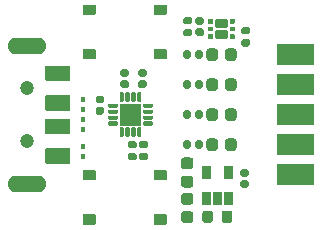
<source format=gbr>
%TF.GenerationSoftware,KiCad,Pcbnew,(5.1.12-1-10_14)*%
%TF.CreationDate,2022-05-25T15:41:46+08:00*%
%TF.ProjectId,USB2TTL,55534232-5454-44c2-9e6b-696361645f70,V1.0*%
%TF.SameCoordinates,Original*%
%TF.FileFunction,Soldermask,Top*%
%TF.FilePolarity,Negative*%
%FSLAX46Y46*%
G04 Gerber Fmt 4.6, Leading zero omitted, Abs format (unit mm)*
G04 Created by KiCad (PCBNEW (5.1.12-1-10_14)) date 2022-05-25 15:41:46*
%MOMM*%
%LPD*%
G01*
G04 APERTURE LIST*
%ADD10C,1.200000*%
%ADD11O,3.300000X1.400000*%
G04 APERTURE END LIST*
%TO.C,J2*%
G36*
G01*
X23910000Y4070000D02*
X23910000Y5770000D01*
G75*
G02*
X23960000Y5820000I50000J0D01*
G01*
X26960000Y5820000D01*
G75*
G02*
X27010000Y5770000I0J-50000D01*
G01*
X27010000Y4070000D01*
G75*
G02*
X26960000Y4020000I-50000J0D01*
G01*
X23960000Y4020000D01*
G75*
G02*
X23910000Y4070000I0J50000D01*
G01*
G37*
G36*
G01*
X23910000Y6610000D02*
X23910000Y8310000D01*
G75*
G02*
X23960000Y8360000I50000J0D01*
G01*
X26960000Y8360000D01*
G75*
G02*
X27010000Y8310000I0J-50000D01*
G01*
X27010000Y6610000D01*
G75*
G02*
X26960000Y6560000I-50000J0D01*
G01*
X23960000Y6560000D01*
G75*
G02*
X23910000Y6610000I0J50000D01*
G01*
G37*
G36*
G01*
X23910000Y9150000D02*
X23910000Y10850000D01*
G75*
G02*
X23960000Y10900000I50000J0D01*
G01*
X26960000Y10900000D01*
G75*
G02*
X27010000Y10850000I0J-50000D01*
G01*
X27010000Y9150000D01*
G75*
G02*
X26960000Y9100000I-50000J0D01*
G01*
X23960000Y9100000D01*
G75*
G02*
X23910000Y9150000I0J50000D01*
G01*
G37*
G36*
G01*
X23910000Y11690000D02*
X23910000Y13390000D01*
G75*
G02*
X23960000Y13440000I50000J0D01*
G01*
X26960000Y13440000D01*
G75*
G02*
X27010000Y13390000I0J-50000D01*
G01*
X27010000Y11690000D01*
G75*
G02*
X26960000Y11640000I-50000J0D01*
G01*
X23960000Y11640000D01*
G75*
G02*
X23910000Y11690000I0J50000D01*
G01*
G37*
G36*
G01*
X23910000Y14230000D02*
X23910000Y15930000D01*
G75*
G02*
X23960000Y15980000I50000J0D01*
G01*
X26960000Y15980000D01*
G75*
G02*
X27010000Y15930000I0J-50000D01*
G01*
X27010000Y14230000D01*
G75*
G02*
X26960000Y14180000I-50000J0D01*
G01*
X23960000Y14180000D01*
G75*
G02*
X23910000Y14230000I0J50000D01*
G01*
G37*
%TD*%
%TO.C,R9*%
G36*
G01*
X12810000Y7140000D02*
X12390000Y7140000D01*
G75*
G02*
X12230000Y7300000I0J160000D01*
G01*
X12230000Y7620000D01*
G75*
G02*
X12390000Y7780000I160000J0D01*
G01*
X12810000Y7780000D01*
G75*
G02*
X12970000Y7620000I0J-160000D01*
G01*
X12970000Y7300000D01*
G75*
G02*
X12810000Y7140000I-160000J0D01*
G01*
G37*
G36*
G01*
X12810000Y6120000D02*
X12390000Y6120000D01*
G75*
G02*
X12230000Y6280000I0J160000D01*
G01*
X12230000Y6600000D01*
G75*
G02*
X12390000Y6760000I160000J0D01*
G01*
X12810000Y6760000D01*
G75*
G02*
X12970000Y6600000I0J-160000D01*
G01*
X12970000Y6280000D01*
G75*
G02*
X12810000Y6120000I-160000J0D01*
G01*
G37*
%TD*%
%TO.C,R8*%
G36*
G01*
X11860000Y7140000D02*
X11440000Y7140000D01*
G75*
G02*
X11280000Y7300000I0J160000D01*
G01*
X11280000Y7620000D01*
G75*
G02*
X11440000Y7780000I160000J0D01*
G01*
X11860000Y7780000D01*
G75*
G02*
X12020000Y7620000I0J-160000D01*
G01*
X12020000Y7300000D01*
G75*
G02*
X11860000Y7140000I-160000J0D01*
G01*
G37*
G36*
G01*
X11860000Y6120000D02*
X11440000Y6120000D01*
G75*
G02*
X11280000Y6280000I0J160000D01*
G01*
X11280000Y6600000D01*
G75*
G02*
X11440000Y6760000I160000J0D01*
G01*
X11860000Y6760000D01*
G75*
G02*
X12020000Y6600000I0J-160000D01*
G01*
X12020000Y6280000D01*
G75*
G02*
X11860000Y6120000I-160000J0D01*
G01*
G37*
%TD*%
%TO.C,SW2*%
G36*
G01*
X14550000Y15500000D02*
X14550000Y14750000D01*
G75*
G02*
X14500000Y14700000I-50000J0D01*
G01*
X13500000Y14700000D01*
G75*
G02*
X13450000Y14750000I0J50000D01*
G01*
X13450000Y15500000D01*
G75*
G02*
X13500000Y15550000I50000J0D01*
G01*
X14500000Y15550000D01*
G75*
G02*
X14550000Y15500000I0J-50000D01*
G01*
G37*
G36*
G01*
X8550000Y15500000D02*
X8550000Y14750000D01*
G75*
G02*
X8500000Y14700000I-50000J0D01*
G01*
X7500000Y14700000D01*
G75*
G02*
X7450000Y14750000I0J50000D01*
G01*
X7450000Y15500000D01*
G75*
G02*
X7500000Y15550000I50000J0D01*
G01*
X8500000Y15550000D01*
G75*
G02*
X8550000Y15500000I0J-50000D01*
G01*
G37*
G36*
G01*
X14550000Y19250000D02*
X14550000Y18500000D01*
G75*
G02*
X14500000Y18450000I-50000J0D01*
G01*
X13500000Y18450000D01*
G75*
G02*
X13450000Y18500000I0J50000D01*
G01*
X13450000Y19250000D01*
G75*
G02*
X13500000Y19300000I50000J0D01*
G01*
X14500000Y19300000D01*
G75*
G02*
X14550000Y19250000I0J-50000D01*
G01*
G37*
G36*
G01*
X8550000Y19250000D02*
X8550000Y18500000D01*
G75*
G02*
X8500000Y18450000I-50000J0D01*
G01*
X7500000Y18450000D01*
G75*
G02*
X7450000Y18500000I0J50000D01*
G01*
X7450000Y19250000D01*
G75*
G02*
X7500000Y19300000I50000J0D01*
G01*
X8500000Y19300000D01*
G75*
G02*
X8550000Y19250000I0J-50000D01*
G01*
G37*
%TD*%
%TO.C,SW1*%
G36*
G01*
X7450000Y4500000D02*
X7450000Y5250000D01*
G75*
G02*
X7500000Y5300000I50000J0D01*
G01*
X8500000Y5300000D01*
G75*
G02*
X8550000Y5250000I0J-50000D01*
G01*
X8550000Y4500000D01*
G75*
G02*
X8500000Y4450000I-50000J0D01*
G01*
X7500000Y4450000D01*
G75*
G02*
X7450000Y4500000I0J50000D01*
G01*
G37*
G36*
G01*
X13450000Y4500000D02*
X13450000Y5250000D01*
G75*
G02*
X13500000Y5300000I50000J0D01*
G01*
X14500000Y5300000D01*
G75*
G02*
X14550000Y5250000I0J-50000D01*
G01*
X14550000Y4500000D01*
G75*
G02*
X14500000Y4450000I-50000J0D01*
G01*
X13500000Y4450000D01*
G75*
G02*
X13450000Y4500000I0J50000D01*
G01*
G37*
G36*
G01*
X7450000Y750000D02*
X7450000Y1500000D01*
G75*
G02*
X7500000Y1550000I50000J0D01*
G01*
X8500000Y1550000D01*
G75*
G02*
X8550000Y1500000I0J-50000D01*
G01*
X8550000Y750000D01*
G75*
G02*
X8500000Y700000I-50000J0D01*
G01*
X7500000Y700000D01*
G75*
G02*
X7450000Y750000I0J50000D01*
G01*
G37*
G36*
G01*
X13450000Y750000D02*
X13450000Y1500000D01*
G75*
G02*
X13500000Y1550000I50000J0D01*
G01*
X14500000Y1550000D01*
G75*
G02*
X14550000Y1500000I0J-50000D01*
G01*
X14550000Y750000D01*
G75*
G02*
X14500000Y700000I-50000J0D01*
G01*
X13500000Y700000D01*
G75*
G02*
X13450000Y750000I0J50000D01*
G01*
G37*
%TD*%
%TO.C,R1*%
G36*
G01*
X18475000Y1650000D02*
X18475000Y1050000D01*
G75*
G02*
X18250000Y825000I-225000J0D01*
G01*
X17800000Y825000D01*
G75*
G02*
X17575000Y1050000I0J225000D01*
G01*
X17575000Y1650000D01*
G75*
G02*
X17800000Y1875000I225000J0D01*
G01*
X18250000Y1875000D01*
G75*
G02*
X18475000Y1650000I0J-225000D01*
G01*
G37*
G36*
G01*
X20125000Y1650000D02*
X20125000Y1050000D01*
G75*
G02*
X19900000Y825000I-225000J0D01*
G01*
X19450000Y825000D01*
G75*
G02*
X19225000Y1050000I0J225000D01*
G01*
X19225000Y1650000D01*
G75*
G02*
X19450000Y1875000I225000J0D01*
G01*
X19900000Y1875000D01*
G75*
G02*
X20125000Y1650000I0J-225000D01*
G01*
G37*
%TD*%
%TO.C,R3*%
G36*
G01*
X21040000Y16410000D02*
X21460000Y16410000D01*
G75*
G02*
X21620000Y16250000I0J-160000D01*
G01*
X21620000Y15930000D01*
G75*
G02*
X21460000Y15770000I-160000J0D01*
G01*
X21040000Y15770000D01*
G75*
G02*
X20880000Y15930000I0J160000D01*
G01*
X20880000Y16250000D01*
G75*
G02*
X21040000Y16410000I160000J0D01*
G01*
G37*
G36*
G01*
X21040000Y17430000D02*
X21460000Y17430000D01*
G75*
G02*
X21620000Y17270000I0J-160000D01*
G01*
X21620000Y16950000D01*
G75*
G02*
X21460000Y16790000I-160000J0D01*
G01*
X21040000Y16790000D01*
G75*
G02*
X20880000Y16950000I0J160000D01*
G01*
X20880000Y17270000D01*
G75*
G02*
X21040000Y17430000I160000J0D01*
G01*
G37*
%TD*%
%TO.C,R2*%
G36*
G01*
X16140000Y17260000D02*
X16560000Y17260000D01*
G75*
G02*
X16720000Y17100000I0J-160000D01*
G01*
X16720000Y16780000D01*
G75*
G02*
X16560000Y16620000I-160000J0D01*
G01*
X16140000Y16620000D01*
G75*
G02*
X15980000Y16780000I0J160000D01*
G01*
X15980000Y17100000D01*
G75*
G02*
X16140000Y17260000I160000J0D01*
G01*
G37*
G36*
G01*
X16140000Y18280000D02*
X16560000Y18280000D01*
G75*
G02*
X16720000Y18120000I0J-160000D01*
G01*
X16720000Y17800000D01*
G75*
G02*
X16560000Y17640000I-160000J0D01*
G01*
X16140000Y17640000D01*
G75*
G02*
X15980000Y17800000I0J160000D01*
G01*
X15980000Y18120000D01*
G75*
G02*
X16140000Y18280000I160000J0D01*
G01*
G37*
%TD*%
%TO.C,Q1*%
G36*
G01*
X18675000Y17410000D02*
X18675000Y18023000D01*
G75*
G02*
X18725000Y18073000I50000J0D01*
G01*
X19675000Y18073000D01*
G75*
G02*
X19725000Y18023000I0J-50000D01*
G01*
X19725000Y17410000D01*
G75*
G02*
X19675000Y17360000I-50000J0D01*
G01*
X18725000Y17360000D01*
G75*
G02*
X18675000Y17410000I0J50000D01*
G01*
G37*
G36*
G01*
X18675000Y16477000D02*
X18675000Y17090000D01*
G75*
G02*
X18725000Y17140000I50000J0D01*
G01*
X19675000Y17140000D01*
G75*
G02*
X19725000Y17090000I0J-50000D01*
G01*
X19725000Y16477000D01*
G75*
G02*
X19675000Y16427000I-50000J0D01*
G01*
X18725000Y16427000D01*
G75*
G02*
X18675000Y16477000I0J50000D01*
G01*
G37*
G36*
G01*
X19912500Y17750000D02*
X19912500Y18050000D01*
G75*
G02*
X19962500Y18100000I50000J0D01*
G01*
X20287500Y18100000D01*
G75*
G02*
X20337500Y18050000I0J-50000D01*
G01*
X20337500Y17750000D01*
G75*
G02*
X20287500Y17700000I-50000J0D01*
G01*
X19962500Y17700000D01*
G75*
G02*
X19912500Y17750000I0J50000D01*
G01*
G37*
G36*
G01*
X19912500Y16450000D02*
X19912500Y16750000D01*
G75*
G02*
X19962500Y16800000I50000J0D01*
G01*
X20287500Y16800000D01*
G75*
G02*
X20337500Y16750000I0J-50000D01*
G01*
X20337500Y16450000D01*
G75*
G02*
X20287500Y16400000I-50000J0D01*
G01*
X19962500Y16400000D01*
G75*
G02*
X19912500Y16450000I0J50000D01*
G01*
G37*
G36*
G01*
X19912500Y17100000D02*
X19912500Y17400000D01*
G75*
G02*
X19962500Y17450000I50000J0D01*
G01*
X20287500Y17450000D01*
G75*
G02*
X20337500Y17400000I0J-50000D01*
G01*
X20337500Y17100000D01*
G75*
G02*
X20287500Y17050000I-50000J0D01*
G01*
X19962500Y17050000D01*
G75*
G02*
X19912500Y17100000I0J50000D01*
G01*
G37*
G36*
G01*
X18062500Y16450000D02*
X18062500Y16750000D01*
G75*
G02*
X18112500Y16800000I50000J0D01*
G01*
X18437500Y16800000D01*
G75*
G02*
X18487500Y16750000I0J-50000D01*
G01*
X18487500Y16450000D01*
G75*
G02*
X18437500Y16400000I-50000J0D01*
G01*
X18112500Y16400000D01*
G75*
G02*
X18062500Y16450000I0J50000D01*
G01*
G37*
G36*
G01*
X18062500Y17100000D02*
X18062500Y17400000D01*
G75*
G02*
X18112500Y17450000I50000J0D01*
G01*
X18437500Y17450000D01*
G75*
G02*
X18487500Y17400000I0J-50000D01*
G01*
X18487500Y17100000D01*
G75*
G02*
X18437500Y17050000I-50000J0D01*
G01*
X18112500Y17050000D01*
G75*
G02*
X18062500Y17100000I0J50000D01*
G01*
G37*
G36*
G01*
X18062500Y17750000D02*
X18062500Y18050000D01*
G75*
G02*
X18112500Y18100000I50000J0D01*
G01*
X18437500Y18100000D01*
G75*
G02*
X18487500Y18050000I0J-50000D01*
G01*
X18487500Y17750000D01*
G75*
G02*
X18437500Y17700000I-50000J0D01*
G01*
X18112500Y17700000D01*
G75*
G02*
X18062500Y17750000I0J50000D01*
G01*
G37*
%TD*%
%TO.C,C4*%
G36*
G01*
X17155000Y17300000D02*
X17545000Y17300000D01*
G75*
G02*
X17710000Y17135000I0J-165000D01*
G01*
X17710000Y16805000D01*
G75*
G02*
X17545000Y16640000I-165000J0D01*
G01*
X17155000Y16640000D01*
G75*
G02*
X16990000Y16805000I0J165000D01*
G01*
X16990000Y17135000D01*
G75*
G02*
X17155000Y17300000I165000J0D01*
G01*
G37*
G36*
G01*
X17155000Y18260000D02*
X17545000Y18260000D01*
G75*
G02*
X17710000Y18095000I0J-165000D01*
G01*
X17710000Y17765000D01*
G75*
G02*
X17545000Y17600000I-165000J0D01*
G01*
X17155000Y17600000D01*
G75*
G02*
X16990000Y17765000I0J165000D01*
G01*
X16990000Y18095000D01*
G75*
G02*
X17155000Y18260000I165000J0D01*
G01*
G37*
%TD*%
%TO.C,R7*%
G36*
G01*
X16607000Y15290000D02*
X16607000Y14870000D01*
G75*
G02*
X16447000Y14710000I-160000J0D01*
G01*
X16127000Y14710000D01*
G75*
G02*
X15967000Y14870000I0J160000D01*
G01*
X15967000Y15290000D01*
G75*
G02*
X16127000Y15450000I160000J0D01*
G01*
X16447000Y15450000D01*
G75*
G02*
X16607000Y15290000I0J-160000D01*
G01*
G37*
G36*
G01*
X17627000Y15290000D02*
X17627000Y14870000D01*
G75*
G02*
X17467000Y14710000I-160000J0D01*
G01*
X17147000Y14710000D01*
G75*
G02*
X16987000Y14870000I0J160000D01*
G01*
X16987000Y15290000D01*
G75*
G02*
X17147000Y15450000I160000J0D01*
G01*
X17467000Y15450000D01*
G75*
G02*
X17627000Y15290000I0J-160000D01*
G01*
G37*
%TD*%
%TO.C,R6*%
G36*
G01*
X16607000Y12750000D02*
X16607000Y12330000D01*
G75*
G02*
X16447000Y12170000I-160000J0D01*
G01*
X16127000Y12170000D01*
G75*
G02*
X15967000Y12330000I0J160000D01*
G01*
X15967000Y12750000D01*
G75*
G02*
X16127000Y12910000I160000J0D01*
G01*
X16447000Y12910000D01*
G75*
G02*
X16607000Y12750000I0J-160000D01*
G01*
G37*
G36*
G01*
X17627000Y12750000D02*
X17627000Y12330000D01*
G75*
G02*
X17467000Y12170000I-160000J0D01*
G01*
X17147000Y12170000D01*
G75*
G02*
X16987000Y12330000I0J160000D01*
G01*
X16987000Y12750000D01*
G75*
G02*
X17147000Y12910000I160000J0D01*
G01*
X17467000Y12910000D01*
G75*
G02*
X17627000Y12750000I0J-160000D01*
G01*
G37*
%TD*%
%TO.C,R5*%
G36*
G01*
X16607000Y7670000D02*
X16607000Y7250000D01*
G75*
G02*
X16447000Y7090000I-160000J0D01*
G01*
X16127000Y7090000D01*
G75*
G02*
X15967000Y7250000I0J160000D01*
G01*
X15967000Y7670000D01*
G75*
G02*
X16127000Y7830000I160000J0D01*
G01*
X16447000Y7830000D01*
G75*
G02*
X16607000Y7670000I0J-160000D01*
G01*
G37*
G36*
G01*
X17627000Y7670000D02*
X17627000Y7250000D01*
G75*
G02*
X17467000Y7090000I-160000J0D01*
G01*
X17147000Y7090000D01*
G75*
G02*
X16987000Y7250000I0J160000D01*
G01*
X16987000Y7670000D01*
G75*
G02*
X17147000Y7830000I160000J0D01*
G01*
X17467000Y7830000D01*
G75*
G02*
X17627000Y7670000I0J-160000D01*
G01*
G37*
%TD*%
%TO.C,R4*%
G36*
G01*
X16607000Y10210000D02*
X16607000Y9790000D01*
G75*
G02*
X16447000Y9630000I-160000J0D01*
G01*
X16127000Y9630000D01*
G75*
G02*
X15967000Y9790000I0J160000D01*
G01*
X15967000Y10210000D01*
G75*
G02*
X16127000Y10370000I160000J0D01*
G01*
X16447000Y10370000D01*
G75*
G02*
X16607000Y10210000I0J-160000D01*
G01*
G37*
G36*
G01*
X17627000Y10210000D02*
X17627000Y9790000D01*
G75*
G02*
X17467000Y9630000I-160000J0D01*
G01*
X17147000Y9630000D01*
G75*
G02*
X16987000Y9790000I0J160000D01*
G01*
X16987000Y10210000D01*
G75*
G02*
X17147000Y10370000I160000J0D01*
G01*
X17467000Y10370000D01*
G75*
G02*
X17627000Y10210000I0J-160000D01*
G01*
G37*
%TD*%
%TO.C,D7*%
G36*
G01*
X18910000Y15361250D02*
X18910000Y14798750D01*
G75*
G02*
X18666250Y14555000I-243750J0D01*
G01*
X18178750Y14555000D01*
G75*
G02*
X17935000Y14798750I0J243750D01*
G01*
X17935000Y15361250D01*
G75*
G02*
X18178750Y15605000I243750J0D01*
G01*
X18666250Y15605000D01*
G75*
G02*
X18910000Y15361250I0J-243750D01*
G01*
G37*
G36*
G01*
X20485000Y15361250D02*
X20485000Y14798750D01*
G75*
G02*
X20241250Y14555000I-243750J0D01*
G01*
X19753750Y14555000D01*
G75*
G02*
X19510000Y14798750I0J243750D01*
G01*
X19510000Y15361250D01*
G75*
G02*
X19753750Y15605000I243750J0D01*
G01*
X20241250Y15605000D01*
G75*
G02*
X20485000Y15361250I0J-243750D01*
G01*
G37*
%TD*%
%TO.C,D6*%
G36*
G01*
X18910000Y12821250D02*
X18910000Y12258750D01*
G75*
G02*
X18666250Y12015000I-243750J0D01*
G01*
X18178750Y12015000D01*
G75*
G02*
X17935000Y12258750I0J243750D01*
G01*
X17935000Y12821250D01*
G75*
G02*
X18178750Y13065000I243750J0D01*
G01*
X18666250Y13065000D01*
G75*
G02*
X18910000Y12821250I0J-243750D01*
G01*
G37*
G36*
G01*
X20485000Y12821250D02*
X20485000Y12258750D01*
G75*
G02*
X20241250Y12015000I-243750J0D01*
G01*
X19753750Y12015000D01*
G75*
G02*
X19510000Y12258750I0J243750D01*
G01*
X19510000Y12821250D01*
G75*
G02*
X19753750Y13065000I243750J0D01*
G01*
X20241250Y13065000D01*
G75*
G02*
X20485000Y12821250I0J-243750D01*
G01*
G37*
%TD*%
%TO.C,D5*%
G36*
G01*
X18910000Y7741250D02*
X18910000Y7178750D01*
G75*
G02*
X18666250Y6935000I-243750J0D01*
G01*
X18178750Y6935000D01*
G75*
G02*
X17935000Y7178750I0J243750D01*
G01*
X17935000Y7741250D01*
G75*
G02*
X18178750Y7985000I243750J0D01*
G01*
X18666250Y7985000D01*
G75*
G02*
X18910000Y7741250I0J-243750D01*
G01*
G37*
G36*
G01*
X20485000Y7741250D02*
X20485000Y7178750D01*
G75*
G02*
X20241250Y6935000I-243750J0D01*
G01*
X19753750Y6935000D01*
G75*
G02*
X19510000Y7178750I0J243750D01*
G01*
X19510000Y7741250D01*
G75*
G02*
X19753750Y7985000I243750J0D01*
G01*
X20241250Y7985000D01*
G75*
G02*
X20485000Y7741250I0J-243750D01*
G01*
G37*
%TD*%
%TO.C,D4*%
G36*
G01*
X18910000Y10281250D02*
X18910000Y9718750D01*
G75*
G02*
X18666250Y9475000I-243750J0D01*
G01*
X18178750Y9475000D01*
G75*
G02*
X17935000Y9718750I0J243750D01*
G01*
X17935000Y10281250D01*
G75*
G02*
X18178750Y10525000I243750J0D01*
G01*
X18666250Y10525000D01*
G75*
G02*
X18910000Y10281250I0J-243750D01*
G01*
G37*
G36*
G01*
X20485000Y10281250D02*
X20485000Y9718750D01*
G75*
G02*
X20241250Y9475000I-243750J0D01*
G01*
X19753750Y9475000D01*
G75*
G02*
X19510000Y9718750I0J243750D01*
G01*
X19510000Y10281250D01*
G75*
G02*
X19753750Y10525000I243750J0D01*
G01*
X20241250Y10525000D01*
G75*
G02*
X20485000Y10281250I0J-243750D01*
G01*
G37*
%TD*%
%TO.C,C3*%
G36*
G01*
X16025000Y4825000D02*
X16575000Y4825000D01*
G75*
G02*
X16825000Y4575000I0J-250000D01*
G01*
X16825000Y4075000D01*
G75*
G02*
X16575000Y3825000I-250000J0D01*
G01*
X16025000Y3825000D01*
G75*
G02*
X15775000Y4075000I0J250000D01*
G01*
X15775000Y4575000D01*
G75*
G02*
X16025000Y4825000I250000J0D01*
G01*
G37*
G36*
G01*
X16025000Y6375000D02*
X16575000Y6375000D01*
G75*
G02*
X16825000Y6125000I0J-250000D01*
G01*
X16825000Y5625000D01*
G75*
G02*
X16575000Y5375000I-250000J0D01*
G01*
X16025000Y5375000D01*
G75*
G02*
X15775000Y5625000I0J250000D01*
G01*
X15775000Y6125000D01*
G75*
G02*
X16025000Y6375000I250000J0D01*
G01*
G37*
%TD*%
%TO.C,C2*%
G36*
G01*
X20955000Y4450000D02*
X21345000Y4450000D01*
G75*
G02*
X21510000Y4285000I0J-165000D01*
G01*
X21510000Y3955000D01*
G75*
G02*
X21345000Y3790000I-165000J0D01*
G01*
X20955000Y3790000D01*
G75*
G02*
X20790000Y3955000I0J165000D01*
G01*
X20790000Y4285000D01*
G75*
G02*
X20955000Y4450000I165000J0D01*
G01*
G37*
G36*
G01*
X20955000Y5410000D02*
X21345000Y5410000D01*
G75*
G02*
X21510000Y5245000I0J-165000D01*
G01*
X21510000Y4915000D01*
G75*
G02*
X21345000Y4750000I-165000J0D01*
G01*
X20955000Y4750000D01*
G75*
G02*
X20790000Y4915000I0J165000D01*
G01*
X20790000Y5245000D01*
G75*
G02*
X20955000Y5410000I165000J0D01*
G01*
G37*
%TD*%
%TO.C,C5*%
G36*
G01*
X9095000Y10950000D02*
X8705000Y10950000D01*
G75*
G02*
X8540000Y11115000I0J165000D01*
G01*
X8540000Y11445000D01*
G75*
G02*
X8705000Y11610000I165000J0D01*
G01*
X9095000Y11610000D01*
G75*
G02*
X9260000Y11445000I0J-165000D01*
G01*
X9260000Y11115000D01*
G75*
G02*
X9095000Y10950000I-165000J0D01*
G01*
G37*
G36*
G01*
X9095000Y9990000D02*
X8705000Y9990000D01*
G75*
G02*
X8540000Y10155000I0J165000D01*
G01*
X8540000Y10485000D01*
G75*
G02*
X8705000Y10650000I165000J0D01*
G01*
X9095000Y10650000D01*
G75*
G02*
X9260000Y10485000I0J-165000D01*
G01*
X9260000Y10155000D01*
G75*
G02*
X9095000Y9990000I-165000J0D01*
G01*
G37*
%TD*%
%TO.C,C7*%
G36*
G01*
X12695000Y13200000D02*
X12305000Y13200000D01*
G75*
G02*
X12140000Y13365000I0J165000D01*
G01*
X12140000Y13695000D01*
G75*
G02*
X12305000Y13860000I165000J0D01*
G01*
X12695000Y13860000D01*
G75*
G02*
X12860000Y13695000I0J-165000D01*
G01*
X12860000Y13365000D01*
G75*
G02*
X12695000Y13200000I-165000J0D01*
G01*
G37*
G36*
G01*
X12695000Y12240000D02*
X12305000Y12240000D01*
G75*
G02*
X12140000Y12405000I0J165000D01*
G01*
X12140000Y12735000D01*
G75*
G02*
X12305000Y12900000I165000J0D01*
G01*
X12695000Y12900000D01*
G75*
G02*
X12860000Y12735000I0J-165000D01*
G01*
X12860000Y12405000D01*
G75*
G02*
X12695000Y12240000I-165000J0D01*
G01*
G37*
%TD*%
%TO.C,C6*%
G36*
G01*
X11195000Y13200000D02*
X10805000Y13200000D01*
G75*
G02*
X10640000Y13365000I0J165000D01*
G01*
X10640000Y13695000D01*
G75*
G02*
X10805000Y13860000I165000J0D01*
G01*
X11195000Y13860000D01*
G75*
G02*
X11360000Y13695000I0J-165000D01*
G01*
X11360000Y13365000D01*
G75*
G02*
X11195000Y13200000I-165000J0D01*
G01*
G37*
G36*
G01*
X11195000Y12240000D02*
X10805000Y12240000D01*
G75*
G02*
X10640000Y12405000I0J165000D01*
G01*
X10640000Y12735000D01*
G75*
G02*
X10805000Y12900000I165000J0D01*
G01*
X11195000Y12900000D01*
G75*
G02*
X11360000Y12735000I0J-165000D01*
G01*
X11360000Y12405000D01*
G75*
G02*
X11195000Y12240000I-165000J0D01*
G01*
G37*
%TD*%
%TO.C,C1*%
G36*
G01*
X16025000Y1825000D02*
X16575000Y1825000D01*
G75*
G02*
X16825000Y1575000I0J-250000D01*
G01*
X16825000Y1075000D01*
G75*
G02*
X16575000Y825000I-250000J0D01*
G01*
X16025000Y825000D01*
G75*
G02*
X15775000Y1075000I0J250000D01*
G01*
X15775000Y1575000D01*
G75*
G02*
X16025000Y1825000I250000J0D01*
G01*
G37*
G36*
G01*
X16025000Y3375000D02*
X16575000Y3375000D01*
G75*
G02*
X16825000Y3125000I0J-250000D01*
G01*
X16825000Y2625000D01*
G75*
G02*
X16575000Y2375000I-250000J0D01*
G01*
X16025000Y2375000D01*
G75*
G02*
X15775000Y2625000I0J250000D01*
G01*
X15775000Y3125000D01*
G75*
G02*
X16025000Y3375000I250000J0D01*
G01*
G37*
%TD*%
%TO.C,U2*%
G36*
G01*
X10625000Y10925000D02*
X12375000Y10925000D01*
G75*
G02*
X12425000Y10875000I0J-50000D01*
G01*
X12425000Y9125000D01*
G75*
G02*
X12375000Y9075000I-50000J0D01*
G01*
X10625000Y9075000D01*
G75*
G02*
X10575000Y9125000I0J50000D01*
G01*
X10575000Y10875000D01*
G75*
G02*
X10625000Y10925000I50000J0D01*
G01*
G37*
G36*
G01*
X12637500Y10925000D02*
X13312500Y10925000D01*
G75*
G02*
X13400000Y10837500I0J-87500D01*
G01*
X13400000Y10662500D01*
G75*
G02*
X13312500Y10575000I-87500J0D01*
G01*
X12637500Y10575000D01*
G75*
G02*
X12550000Y10662500I0J87500D01*
G01*
X12550000Y10837500D01*
G75*
G02*
X12637500Y10925000I87500J0D01*
G01*
G37*
G36*
G01*
X12637500Y10425000D02*
X13312500Y10425000D01*
G75*
G02*
X13400000Y10337500I0J-87500D01*
G01*
X13400000Y10162500D01*
G75*
G02*
X13312500Y10075000I-87500J0D01*
G01*
X12637500Y10075000D01*
G75*
G02*
X12550000Y10162500I0J87500D01*
G01*
X12550000Y10337500D01*
G75*
G02*
X12637500Y10425000I87500J0D01*
G01*
G37*
G36*
G01*
X12637500Y9925000D02*
X13312500Y9925000D01*
G75*
G02*
X13400000Y9837500I0J-87500D01*
G01*
X13400000Y9662500D01*
G75*
G02*
X13312500Y9575000I-87500J0D01*
G01*
X12637500Y9575000D01*
G75*
G02*
X12550000Y9662500I0J87500D01*
G01*
X12550000Y9837500D01*
G75*
G02*
X12637500Y9925000I87500J0D01*
G01*
G37*
G36*
G01*
X12637500Y9425000D02*
X13312500Y9425000D01*
G75*
G02*
X13400000Y9337500I0J-87500D01*
G01*
X13400000Y9162500D01*
G75*
G02*
X13312500Y9075000I-87500J0D01*
G01*
X12637500Y9075000D01*
G75*
G02*
X12550000Y9162500I0J87500D01*
G01*
X12550000Y9337500D01*
G75*
G02*
X12637500Y9425000I87500J0D01*
G01*
G37*
G36*
G01*
X12162500Y8950000D02*
X12337500Y8950000D01*
G75*
G02*
X12425000Y8862500I0J-87500D01*
G01*
X12425000Y8187500D01*
G75*
G02*
X12337500Y8100000I-87500J0D01*
G01*
X12162500Y8100000D01*
G75*
G02*
X12075000Y8187500I0J87500D01*
G01*
X12075000Y8862500D01*
G75*
G02*
X12162500Y8950000I87500J0D01*
G01*
G37*
G36*
G01*
X11662500Y8950000D02*
X11837500Y8950000D01*
G75*
G02*
X11925000Y8862500I0J-87500D01*
G01*
X11925000Y8187500D01*
G75*
G02*
X11837500Y8100000I-87500J0D01*
G01*
X11662500Y8100000D01*
G75*
G02*
X11575000Y8187500I0J87500D01*
G01*
X11575000Y8862500D01*
G75*
G02*
X11662500Y8950000I87500J0D01*
G01*
G37*
G36*
G01*
X11162500Y8950000D02*
X11337500Y8950000D01*
G75*
G02*
X11425000Y8862500I0J-87500D01*
G01*
X11425000Y8187500D01*
G75*
G02*
X11337500Y8100000I-87500J0D01*
G01*
X11162500Y8100000D01*
G75*
G02*
X11075000Y8187500I0J87500D01*
G01*
X11075000Y8862500D01*
G75*
G02*
X11162500Y8950000I87500J0D01*
G01*
G37*
G36*
G01*
X10662500Y8950000D02*
X10837500Y8950000D01*
G75*
G02*
X10925000Y8862500I0J-87500D01*
G01*
X10925000Y8187500D01*
G75*
G02*
X10837500Y8100000I-87500J0D01*
G01*
X10662500Y8100000D01*
G75*
G02*
X10575000Y8187500I0J87500D01*
G01*
X10575000Y8862500D01*
G75*
G02*
X10662500Y8950000I87500J0D01*
G01*
G37*
G36*
G01*
X9687500Y9425000D02*
X10362500Y9425000D01*
G75*
G02*
X10450000Y9337500I0J-87500D01*
G01*
X10450000Y9162500D01*
G75*
G02*
X10362500Y9075000I-87500J0D01*
G01*
X9687500Y9075000D01*
G75*
G02*
X9600000Y9162500I0J87500D01*
G01*
X9600000Y9337500D01*
G75*
G02*
X9687500Y9425000I87500J0D01*
G01*
G37*
G36*
G01*
X9687500Y9925000D02*
X10362500Y9925000D01*
G75*
G02*
X10450000Y9837500I0J-87500D01*
G01*
X10450000Y9662500D01*
G75*
G02*
X10362500Y9575000I-87500J0D01*
G01*
X9687500Y9575000D01*
G75*
G02*
X9600000Y9662500I0J87500D01*
G01*
X9600000Y9837500D01*
G75*
G02*
X9687500Y9925000I87500J0D01*
G01*
G37*
G36*
G01*
X9687500Y10425000D02*
X10362500Y10425000D01*
G75*
G02*
X10450000Y10337500I0J-87500D01*
G01*
X10450000Y10162500D01*
G75*
G02*
X10362500Y10075000I-87500J0D01*
G01*
X9687500Y10075000D01*
G75*
G02*
X9600000Y10162500I0J87500D01*
G01*
X9600000Y10337500D01*
G75*
G02*
X9687500Y10425000I87500J0D01*
G01*
G37*
G36*
G01*
X9687500Y10925000D02*
X10362500Y10925000D01*
G75*
G02*
X10450000Y10837500I0J-87500D01*
G01*
X10450000Y10662500D01*
G75*
G02*
X10362500Y10575000I-87500J0D01*
G01*
X9687500Y10575000D01*
G75*
G02*
X9600000Y10662500I0J87500D01*
G01*
X9600000Y10837500D01*
G75*
G02*
X9687500Y10925000I87500J0D01*
G01*
G37*
G36*
G01*
X10662500Y11900000D02*
X10837500Y11900000D01*
G75*
G02*
X10925000Y11812500I0J-87500D01*
G01*
X10925000Y11137500D01*
G75*
G02*
X10837500Y11050000I-87500J0D01*
G01*
X10662500Y11050000D01*
G75*
G02*
X10575000Y11137500I0J87500D01*
G01*
X10575000Y11812500D01*
G75*
G02*
X10662500Y11900000I87500J0D01*
G01*
G37*
G36*
G01*
X11162500Y11900000D02*
X11337500Y11900000D01*
G75*
G02*
X11425000Y11812500I0J-87500D01*
G01*
X11425000Y11137500D01*
G75*
G02*
X11337500Y11050000I-87500J0D01*
G01*
X11162500Y11050000D01*
G75*
G02*
X11075000Y11137500I0J87500D01*
G01*
X11075000Y11812500D01*
G75*
G02*
X11162500Y11900000I87500J0D01*
G01*
G37*
G36*
G01*
X11662500Y11900000D02*
X11837500Y11900000D01*
G75*
G02*
X11925000Y11812500I0J-87500D01*
G01*
X11925000Y11137500D01*
G75*
G02*
X11837500Y11050000I-87500J0D01*
G01*
X11662500Y11050000D01*
G75*
G02*
X11575000Y11137500I0J87500D01*
G01*
X11575000Y11812500D01*
G75*
G02*
X11662500Y11900000I87500J0D01*
G01*
G37*
G36*
G01*
X12162500Y11900000D02*
X12337500Y11900000D01*
G75*
G02*
X12425000Y11812500I0J-87500D01*
G01*
X12425000Y11137500D01*
G75*
G02*
X12337500Y11050000I-87500J0D01*
G01*
X12162500Y11050000D01*
G75*
G02*
X12075000Y11137500I0J87500D01*
G01*
X12075000Y11812500D01*
G75*
G02*
X12162500Y11900000I87500J0D01*
G01*
G37*
%TD*%
%TO.C,U1*%
G36*
G01*
X18225000Y4520000D02*
X17575000Y4520000D01*
G75*
G02*
X17525000Y4570000I0J50000D01*
G01*
X17525000Y5630000D01*
G75*
G02*
X17575000Y5680000I50000J0D01*
G01*
X18225000Y5680000D01*
G75*
G02*
X18275000Y5630000I0J-50000D01*
G01*
X18275000Y4570000D01*
G75*
G02*
X18225000Y4520000I-50000J0D01*
G01*
G37*
G36*
G01*
X20125000Y4520000D02*
X19475000Y4520000D01*
G75*
G02*
X19425000Y4570000I0J50000D01*
G01*
X19425000Y5630000D01*
G75*
G02*
X19475000Y5680000I50000J0D01*
G01*
X20125000Y5680000D01*
G75*
G02*
X20175000Y5630000I0J-50000D01*
G01*
X20175000Y4570000D01*
G75*
G02*
X20125000Y4520000I-50000J0D01*
G01*
G37*
G36*
G01*
X20125000Y2320000D02*
X19475000Y2320000D01*
G75*
G02*
X19425000Y2370000I0J50000D01*
G01*
X19425000Y3430000D01*
G75*
G02*
X19475000Y3480000I50000J0D01*
G01*
X20125000Y3480000D01*
G75*
G02*
X20175000Y3430000I0J-50000D01*
G01*
X20175000Y2370000D01*
G75*
G02*
X20125000Y2320000I-50000J0D01*
G01*
G37*
G36*
G01*
X19175000Y2320000D02*
X18525000Y2320000D01*
G75*
G02*
X18475000Y2370000I0J50000D01*
G01*
X18475000Y3430000D01*
G75*
G02*
X18525000Y3480000I50000J0D01*
G01*
X19175000Y3480000D01*
G75*
G02*
X19225000Y3430000I0J-50000D01*
G01*
X19225000Y2370000D01*
G75*
G02*
X19175000Y2320000I-50000J0D01*
G01*
G37*
G36*
G01*
X18225000Y2320000D02*
X17575000Y2320000D01*
G75*
G02*
X17525000Y2370000I0J50000D01*
G01*
X17525000Y3430000D01*
G75*
G02*
X17575000Y3480000I50000J0D01*
G01*
X18225000Y3480000D01*
G75*
G02*
X18275000Y3430000I0J-50000D01*
G01*
X18275000Y2370000D01*
G75*
G02*
X18225000Y2320000I-50000J0D01*
G01*
G37*
%TD*%
%TO.C,J1*%
G36*
G01*
X4350000Y7150000D02*
X6350000Y7150000D01*
G75*
G02*
X6400000Y7100000I0J-50000D01*
G01*
X6400000Y5900000D01*
G75*
G02*
X6350000Y5850000I-50000J0D01*
G01*
X4350000Y5850000D01*
G75*
G02*
X4300000Y5900000I0J50000D01*
G01*
X4300000Y7100000D01*
G75*
G02*
X4350000Y7150000I50000J0D01*
G01*
G37*
G36*
G01*
X4350000Y9650000D02*
X6350000Y9650000D01*
G75*
G02*
X6400000Y9600000I0J-50000D01*
G01*
X6400000Y8400000D01*
G75*
G02*
X6350000Y8350000I-50000J0D01*
G01*
X4350000Y8350000D01*
G75*
G02*
X4300000Y8400000I0J50000D01*
G01*
X4300000Y9600000D01*
G75*
G02*
X4350000Y9650000I50000J0D01*
G01*
G37*
G36*
G01*
X4350000Y11650000D02*
X6350000Y11650000D01*
G75*
G02*
X6400000Y11600000I0J-50000D01*
G01*
X6400000Y10400000D01*
G75*
G02*
X6350000Y10350000I-50000J0D01*
G01*
X4350000Y10350000D01*
G75*
G02*
X4300000Y10400000I0J50000D01*
G01*
X4300000Y11600000D01*
G75*
G02*
X4350000Y11650000I50000J0D01*
G01*
G37*
G36*
G01*
X4350000Y14150000D02*
X6350000Y14150000D01*
G75*
G02*
X6400000Y14100000I0J-50000D01*
G01*
X6400000Y12900000D01*
G75*
G02*
X6350000Y12850000I-50000J0D01*
G01*
X4350000Y12850000D01*
G75*
G02*
X4300000Y12900000I0J50000D01*
G01*
X4300000Y14100000D01*
G75*
G02*
X4350000Y14150000I50000J0D01*
G01*
G37*
D10*
X2750000Y7750000D03*
X2750000Y12250000D03*
D11*
X2750000Y4150000D03*
X2750000Y15850000D03*
%TD*%
%TO.C,D3*%
G36*
G01*
X7375000Y7550000D02*
X7625000Y7550000D01*
G75*
G02*
X7675000Y7500000I0J-50000D01*
G01*
X7675000Y7140000D01*
G75*
G02*
X7625000Y7090000I-50000J0D01*
G01*
X7375000Y7090000D01*
G75*
G02*
X7325000Y7140000I0J50000D01*
G01*
X7325000Y7500000D01*
G75*
G02*
X7375000Y7550000I50000J0D01*
G01*
G37*
G36*
G01*
X7375000Y6710000D02*
X7625000Y6710000D01*
G75*
G02*
X7675000Y6660000I0J-50000D01*
G01*
X7675000Y6300000D01*
G75*
G02*
X7625000Y6250000I-50000J0D01*
G01*
X7375000Y6250000D01*
G75*
G02*
X7325000Y6300000I0J50000D01*
G01*
X7325000Y6660000D01*
G75*
G02*
X7375000Y6710000I50000J0D01*
G01*
G37*
%TD*%
%TO.C,D2*%
G36*
G01*
X7375000Y11500000D02*
X7625000Y11500000D01*
G75*
G02*
X7675000Y11450000I0J-50000D01*
G01*
X7675000Y11090000D01*
G75*
G02*
X7625000Y11040000I-50000J0D01*
G01*
X7375000Y11040000D01*
G75*
G02*
X7325000Y11090000I0J50000D01*
G01*
X7325000Y11450000D01*
G75*
G02*
X7375000Y11500000I50000J0D01*
G01*
G37*
G36*
G01*
X7375000Y10660000D02*
X7625000Y10660000D01*
G75*
G02*
X7675000Y10610000I0J-50000D01*
G01*
X7675000Y10250000D01*
G75*
G02*
X7625000Y10200000I-50000J0D01*
G01*
X7375000Y10200000D01*
G75*
G02*
X7325000Y10250000I0J50000D01*
G01*
X7325000Y10610000D01*
G75*
G02*
X7375000Y10660000I50000J0D01*
G01*
G37*
%TD*%
%TO.C,D1*%
G36*
G01*
X7625000Y8500000D02*
X7375000Y8500000D01*
G75*
G02*
X7325000Y8550000I0J50000D01*
G01*
X7325000Y8910000D01*
G75*
G02*
X7375000Y8960000I50000J0D01*
G01*
X7625000Y8960000D01*
G75*
G02*
X7675000Y8910000I0J-50000D01*
G01*
X7675000Y8550000D01*
G75*
G02*
X7625000Y8500000I-50000J0D01*
G01*
G37*
G36*
G01*
X7625000Y9340000D02*
X7375000Y9340000D01*
G75*
G02*
X7325000Y9390000I0J50000D01*
G01*
X7325000Y9750000D01*
G75*
G02*
X7375000Y9800000I50000J0D01*
G01*
X7625000Y9800000D01*
G75*
G02*
X7675000Y9750000I0J-50000D01*
G01*
X7675000Y9390000D01*
G75*
G02*
X7625000Y9340000I-50000J0D01*
G01*
G37*
%TD*%
M02*

</source>
